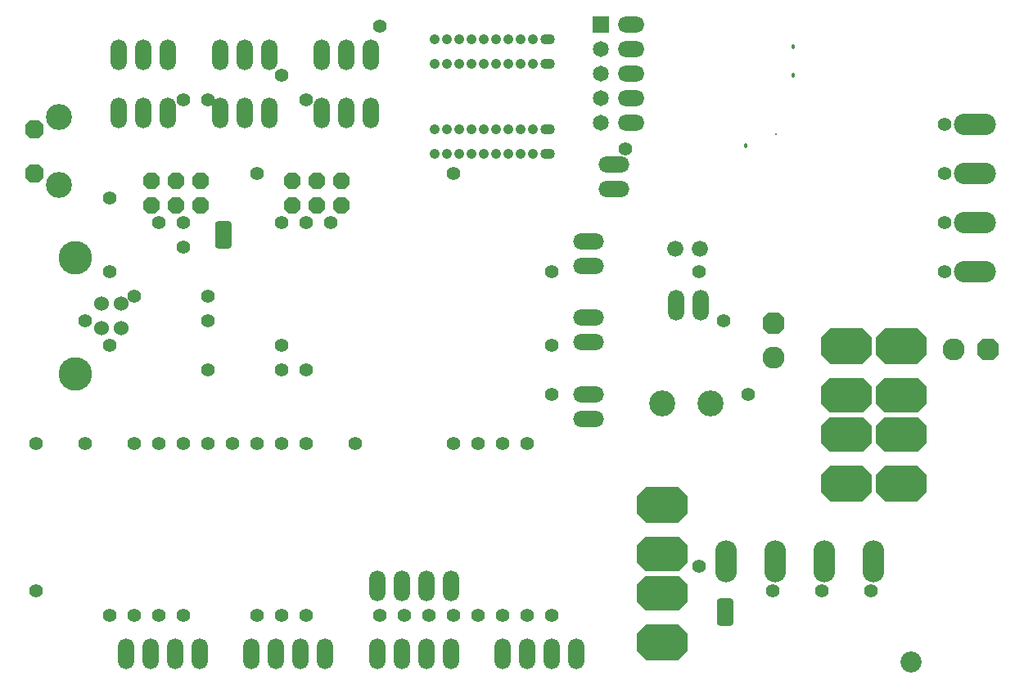
<source format=gbs>
%FSLAX24Y24*%
%MOIN*%
G70*
G01*
G75*
G04 Layer_Color=12517567*
%ADD10C,0.0650*%
%ADD11R,0.0402X0.0118*%
G04:AMPARAMS|DCode=12|XSize=105mil|YSize=105mil|CornerRadius=26.3mil|HoleSize=0mil|Usage=FLASHONLY|Rotation=180.000|XOffset=0mil|YOffset=0mil|HoleType=Round|Shape=RoundedRectangle|*
%AMROUNDEDRECTD12*
21,1,0.1050,0.0525,0,0,180.0*
21,1,0.0525,0.1050,0,0,180.0*
1,1,0.0525,-0.0263,0.0263*
1,1,0.0525,0.0263,0.0263*
1,1,0.0525,0.0263,-0.0263*
1,1,0.0525,-0.0263,-0.0263*
%
%ADD12ROUNDEDRECTD12*%
%ADD13C,0.0600*%
G04:AMPARAMS|DCode=14|XSize=50mil|YSize=50mil|CornerRadius=25mil|HoleSize=0mil|Usage=FLASHONLY|Rotation=90.000|XOffset=0mil|YOffset=0mil|HoleType=Round|Shape=RoundedRectangle|*
%AMROUNDEDRECTD14*
21,1,0.0500,0.0000,0,0,90.0*
21,1,0.0000,0.0500,0,0,90.0*
1,1,0.0500,0.0000,0.0000*
1,1,0.0500,0.0000,0.0000*
1,1,0.0500,0.0000,0.0000*
1,1,0.0500,0.0000,0.0000*
%
%ADD14ROUNDEDRECTD14*%
G04:AMPARAMS|DCode=15|XSize=29.1mil|YSize=39.4mil|CornerRadius=5.8mil|HoleSize=0mil|Usage=FLASHONLY|Rotation=90.000|XOffset=0mil|YOffset=0mil|HoleType=Round|Shape=RoundedRectangle|*
%AMROUNDEDRECTD15*
21,1,0.0291,0.0277,0,0,90.0*
21,1,0.0175,0.0394,0,0,90.0*
1,1,0.0117,0.0139,0.0087*
1,1,0.0117,0.0139,-0.0087*
1,1,0.0117,-0.0139,-0.0087*
1,1,0.0117,-0.0139,0.0087*
%
%ADD15ROUNDEDRECTD15*%
G04:AMPARAMS|DCode=16|XSize=29.1mil|YSize=39.4mil|CornerRadius=5.8mil|HoleSize=0mil|Usage=FLASHONLY|Rotation=180.000|XOffset=0mil|YOffset=0mil|HoleType=Round|Shape=RoundedRectangle|*
%AMROUNDEDRECTD16*
21,1,0.0291,0.0277,0,0,180.0*
21,1,0.0175,0.0394,0,0,180.0*
1,1,0.0117,-0.0087,0.0139*
1,1,0.0117,0.0087,0.0139*
1,1,0.0117,0.0087,-0.0139*
1,1,0.0117,-0.0087,-0.0139*
%
%ADD16ROUNDEDRECTD16*%
%ADD17R,0.1673X0.0465*%
G04:AMPARAMS|DCode=18|XSize=22mil|YSize=24mil|CornerRadius=4.4mil|HoleSize=0mil|Usage=FLASHONLY|Rotation=180.000|XOffset=0mil|YOffset=0mil|HoleType=Round|Shape=RoundedRectangle|*
%AMROUNDEDRECTD18*
21,1,0.0220,0.0152,0,0,180.0*
21,1,0.0132,0.0240,0,0,180.0*
1,1,0.0088,-0.0066,0.0076*
1,1,0.0088,0.0066,0.0076*
1,1,0.0088,0.0066,-0.0076*
1,1,0.0088,-0.0066,-0.0076*
%
%ADD18ROUNDEDRECTD18*%
G04:AMPARAMS|DCode=19|XSize=22mil|YSize=24mil|CornerRadius=4.4mil|HoleSize=0mil|Usage=FLASHONLY|Rotation=90.000|XOffset=0mil|YOffset=0mil|HoleType=Round|Shape=RoundedRectangle|*
%AMROUNDEDRECTD19*
21,1,0.0220,0.0152,0,0,90.0*
21,1,0.0132,0.0240,0,0,90.0*
1,1,0.0088,0.0076,0.0066*
1,1,0.0088,0.0076,-0.0066*
1,1,0.0088,-0.0076,-0.0066*
1,1,0.0088,-0.0076,0.0066*
%
%ADD19ROUNDEDRECTD19*%
G04:AMPARAMS|DCode=20|XSize=52mil|YSize=60mil|CornerRadius=13mil|HoleSize=0mil|Usage=FLASHONLY|Rotation=0.000|XOffset=0mil|YOffset=0mil|HoleType=Round|Shape=RoundedRectangle|*
%AMROUNDEDRECTD20*
21,1,0.0520,0.0340,0,0,0.0*
21,1,0.0260,0.0600,0,0,0.0*
1,1,0.0260,0.0130,-0.0170*
1,1,0.0260,-0.0130,-0.0170*
1,1,0.0260,-0.0130,0.0170*
1,1,0.0260,0.0130,0.0170*
%
%ADD20ROUNDEDRECTD20*%
G04:AMPARAMS|DCode=21|XSize=52mil|YSize=60mil|CornerRadius=13mil|HoleSize=0mil|Usage=FLASHONLY|Rotation=270.000|XOffset=0mil|YOffset=0mil|HoleType=Round|Shape=RoundedRectangle|*
%AMROUNDEDRECTD21*
21,1,0.0520,0.0340,0,0,270.0*
21,1,0.0260,0.0600,0,0,270.0*
1,1,0.0260,-0.0170,-0.0130*
1,1,0.0260,-0.0170,0.0130*
1,1,0.0260,0.0170,0.0130*
1,1,0.0260,0.0170,-0.0130*
%
%ADD21ROUNDEDRECTD21*%
%ADD22R,0.0433X0.0669*%
%ADD23R,0.0200X0.0260*%
%ADD24R,0.0543X0.0709*%
G04:AMPARAMS|DCode=25|XSize=63mil|YSize=71mil|CornerRadius=15.8mil|HoleSize=0mil|Usage=FLASHONLY|Rotation=270.000|XOffset=0mil|YOffset=0mil|HoleType=Round|Shape=RoundedRectangle|*
%AMROUNDEDRECTD25*
21,1,0.0630,0.0395,0,0,270.0*
21,1,0.0315,0.0710,0,0,270.0*
1,1,0.0315,-0.0198,-0.0158*
1,1,0.0315,-0.0198,0.0158*
1,1,0.0315,0.0198,0.0158*
1,1,0.0315,0.0198,-0.0158*
%
%ADD25ROUNDEDRECTD25*%
%ADD26R,0.0500X0.0150*%
%ADD27R,0.0790X0.0790*%
%ADD28R,0.0790X0.0790*%
%ADD29R,0.0280X0.0200*%
%ADD30R,0.0200X0.0280*%
%ADD31R,0.0360X0.0320*%
%ADD32R,0.1260X0.0630*%
%ADD33R,0.0240X0.0240*%
%ADD34R,0.0354X0.1299*%
%ADD35R,0.0420X0.0520*%
%ADD36R,0.0480X0.0480*%
%ADD37R,0.0480X0.0480*%
G04:AMPARAMS|DCode=38|XSize=40mil|YSize=40mil|CornerRadius=20mil|HoleSize=0mil|Usage=FLASHONLY|Rotation=0.000|XOffset=0mil|YOffset=0mil|HoleType=Round|Shape=RoundedRectangle|*
%AMROUNDEDRECTD38*
21,1,0.0400,0.0000,0,0,0.0*
21,1,0.0000,0.0400,0,0,0.0*
1,1,0.0400,0.0000,0.0000*
1,1,0.0400,0.0000,0.0000*
1,1,0.0400,0.0000,0.0000*
1,1,0.0400,0.0000,0.0000*
%
%ADD38ROUNDEDRECTD38*%
%ADD39R,0.0236X0.1319*%
%ADD40R,0.1370X0.1370*%
G04:AMPARAMS|DCode=41|XSize=11mil|YSize=31.5mil|CornerRadius=4.4mil|HoleSize=0mil|Usage=FLASHONLY|Rotation=0.000|XOffset=0mil|YOffset=0mil|HoleType=Round|Shape=RoundedRectangle|*
%AMROUNDEDRECTD41*
21,1,0.0110,0.0227,0,0,0.0*
21,1,0.0022,0.0315,0,0,0.0*
1,1,0.0088,0.0011,-0.0113*
1,1,0.0088,-0.0011,-0.0113*
1,1,0.0088,-0.0011,0.0113*
1,1,0.0088,0.0011,0.0113*
%
%ADD41ROUNDEDRECTD41*%
G04:AMPARAMS|DCode=42|XSize=11mil|YSize=31.5mil|CornerRadius=4.4mil|HoleSize=0mil|Usage=FLASHONLY|Rotation=270.000|XOffset=0mil|YOffset=0mil|HoleType=Round|Shape=RoundedRectangle|*
%AMROUNDEDRECTD42*
21,1,0.0110,0.0227,0,0,270.0*
21,1,0.0022,0.0315,0,0,270.0*
1,1,0.0088,-0.0113,-0.0011*
1,1,0.0088,-0.0113,0.0011*
1,1,0.0088,0.0113,0.0011*
1,1,0.0088,0.0113,-0.0011*
%
%ADD42ROUNDEDRECTD42*%
%ADD43R,0.1370X0.1370*%
%ADD44R,0.0120X0.0600*%
%ADD45R,0.0600X0.0120*%
%ADD46R,0.1970X0.1700*%
%ADD47R,0.0280X0.0560*%
%ADD48C,0.0080*%
%ADD49C,0.0200*%
%ADD50C,0.0240*%
%ADD51C,0.0070*%
%ADD52C,0.0100*%
%ADD53C,0.0500*%
%ADD54C,0.0400*%
%ADD55C,0.0120*%
%ADD56C,0.0160*%
%ADD57C,0.0250*%
%ADD58C,0.0600*%
%ADD59C,0.0320*%
%ADD60R,0.0551X0.0472*%
%ADD61R,0.1929X0.1457*%
%ADD62R,0.1575X0.0984*%
%ADD63R,0.1299X0.1063*%
%ADD64C,0.0800*%
%ADD65P,0.0671X8X22.5*%
G04:AMPARAMS|DCode=66|XSize=140mil|YSize=200mil|CornerRadius=0mil|HoleSize=0mil|Usage=FLASHONLY|Rotation=90.000|XOffset=0mil|YOffset=0mil|HoleType=Round|Shape=Octagon|*
%AMOCTAGOND66*
4,1,8,-0.1000,-0.0350,-0.1000,0.0350,-0.0650,0.0700,0.0650,0.0700,0.1000,0.0350,0.1000,-0.0350,0.0650,-0.0700,-0.0650,-0.0700,-0.1000,-0.0350,0.0*
%
%ADD66OCTAGOND66*%

G04:AMPARAMS|DCode=67|XSize=133.9mil|YSize=200mil|CornerRadius=0mil|HoleSize=0mil|Usage=FLASHONLY|Rotation=90.000|XOffset=0mil|YOffset=0mil|HoleType=Round|Shape=Octagon|*
%AMOCTAGOND67*
4,1,8,-0.1000,-0.0335,-0.1000,0.0335,-0.0665,0.0669,0.0665,0.0669,0.1000,0.0335,0.1000,-0.0335,0.0665,-0.0669,-0.0665,-0.0669,-0.1000,-0.0335,0.0*
%
%ADD67OCTAGOND67*%

%ADD68C,0.0840*%
%ADD69P,0.0909X8X22.5*%
%ADD70P,0.0909X8X112.5*%
%ADD71O,0.0825X0.1650*%
%ADD72O,0.1650X0.0825*%
%ADD73O,0.0600X0.1200*%
%ADD74C,0.1000*%
%ADD75C,0.0540*%
%ADD76C,0.1305*%
%ADD77R,0.0591X0.0591*%
%ADD78O,0.1024X0.0591*%
%ADD79C,0.0591*%
%ADD80O,0.1200X0.0600*%
%ADD81P,0.0758X8X292.5*%
%ADD82C,0.0360*%
%ADD83O,0.0540X0.0360*%
%ADD84C,0.0300*%
%ADD85C,0.0500*%
%ADD86C,0.0320*%
%ADD87C,0.0400*%
%ADD88C,0.1421*%
%ADD89C,0.0390*%
%ADD90C,0.0640*%
G04:AMPARAMS|DCode=91|XSize=98mil|YSize=98mil|CornerRadius=0mil|HoleSize=0mil|Usage=FLASHONLY|Rotation=0.000|XOffset=0mil|YOffset=0mil|HoleType=Round|Shape=Relief|Width=10mil|Gap=10mil|Entries=4|*
%AMTHD91*
7,0,0,0.0980,0.0780,0.0100,45*
%
%ADD91THD91*%
%ADD92C,0.0620*%
%ADD93C,0.1240*%
G04:AMPARAMS|DCode=94|XSize=100mil|YSize=100mil|CornerRadius=0mil|HoleSize=0mil|Usage=FLASHONLY|Rotation=0.000|XOffset=0mil|YOffset=0mil|HoleType=Round|Shape=Relief|Width=10mil|Gap=10mil|Entries=4|*
%AMTHD94*
7,0,0,0.1000,0.0800,0.0100,45*
%
%ADD94THD94*%
G04:AMPARAMS|DCode=95|XSize=115mil|YSize=115mil|CornerRadius=0mil|HoleSize=0mil|Usage=FLASHONLY|Rotation=0.000|XOffset=0mil|YOffset=0mil|HoleType=Round|Shape=Relief|Width=10mil|Gap=10mil|Entries=4|*
%AMTHD95*
7,0,0,0.1150,0.0950,0.0100,45*
%
%ADD95THD95*%
%ADD96C,0.0790*%
%ADD97C,0.1110*%
%ADD98C,0.0594*%
G04:AMPARAMS|DCode=99|XSize=95.433mil|YSize=95.433mil|CornerRadius=0mil|HoleSize=0mil|Usage=FLASHONLY|Rotation=0.000|XOffset=0mil|YOffset=0mil|HoleType=Round|Shape=Relief|Width=10mil|Gap=10mil|Entries=4|*
%AMTHD99*
7,0,0,0.0954,0.0754,0.0100,45*
%
%ADD99THD99*%
%ADD100C,0.0830*%
%ADD101C,0.0460*%
G04:AMPARAMS|DCode=102|XSize=82mil|YSize=82mil|CornerRadius=0mil|HoleSize=0mil|Usage=FLASHONLY|Rotation=0.000|XOffset=0mil|YOffset=0mil|HoleType=Round|Shape=Relief|Width=10mil|Gap=10mil|Entries=4|*
%AMTHD102*
7,0,0,0.0820,0.0620,0.0100,45*
%
%ADD102THD102*%
%ADD103C,0.0520*%
%ADD104C,0.1400*%
%ADD105C,0.1300*%
%ADD106C,0.1040*%
%ADD107C,0.0800*%
%ADD108R,0.3622X0.4331*%
%ADD109R,0.3583X0.4284*%
%ADD110R,0.3425X0.4284*%
%ADD111R,0.4094X0.4331*%
G04:AMPARAMS|DCode=112|XSize=50mil|YSize=50mil|CornerRadius=25mil|HoleSize=0mil|Usage=FLASHONLY|Rotation=180.000|XOffset=0mil|YOffset=0mil|HoleType=Round|Shape=RoundedRectangle|*
%AMROUNDEDRECTD112*
21,1,0.0500,0.0000,0,0,180.0*
21,1,0.0000,0.0500,0,0,180.0*
1,1,0.0500,0.0000,0.0000*
1,1,0.0500,0.0000,0.0000*
1,1,0.0500,0.0000,0.0000*
1,1,0.0500,0.0000,0.0000*
%
%ADD112ROUNDEDRECTD112*%
G04:AMPARAMS|DCode=113|XSize=46mil|YSize=63mil|CornerRadius=11.5mil|HoleSize=0mil|Usage=FLASHONLY|Rotation=90.000|XOffset=0mil|YOffset=0mil|HoleType=Round|Shape=RoundedRectangle|*
%AMROUNDEDRECTD113*
21,1,0.0460,0.0400,0,0,90.0*
21,1,0.0230,0.0630,0,0,90.0*
1,1,0.0230,0.0200,0.0115*
1,1,0.0230,0.0200,-0.0115*
1,1,0.0230,-0.0200,-0.0115*
1,1,0.0230,-0.0200,0.0115*
%
%ADD113ROUNDEDRECTD113*%
%ADD114C,0.0098*%
%ADD115C,0.0050*%
%ADD116C,0.0060*%
%ADD117C,0.0000*%
%ADD118C,0.0079*%
%ADD119C,0.0040*%
%ADD120R,0.0295X0.0879*%
%ADD121R,0.0879X0.0295*%
%ADD122R,0.2450X0.0492*%
%ADD123R,0.0119X0.0120*%
%ADD124R,0.0060X0.0120*%
%ADD125R,0.0059X0.0120*%
%ADD126R,0.0120X0.0119*%
%ADD127R,0.0120X0.0060*%
%ADD128R,0.0120X0.0059*%
%ADD129R,0.0382X0.0098*%
G04:AMPARAMS|DCode=130|XSize=103mil|YSize=103mil|CornerRadius=25.3mil|HoleSize=0mil|Usage=FLASHONLY|Rotation=180.000|XOffset=0mil|YOffset=0mil|HoleType=Round|Shape=RoundedRectangle|*
%AMROUNDEDRECTD130*
21,1,0.1030,0.0525,0,0,180.0*
21,1,0.0525,0.1030,0,0,180.0*
1,1,0.0505,-0.0263,0.0263*
1,1,0.0505,0.0263,0.0263*
1,1,0.0505,0.0263,-0.0263*
1,1,0.0505,-0.0263,-0.0263*
%
%ADD130ROUNDEDRECTD130*%
G04:AMPARAMS|DCode=131|XSize=48mil|YSize=48mil|CornerRadius=24mil|HoleSize=0mil|Usage=FLASHONLY|Rotation=90.000|XOffset=0mil|YOffset=0mil|HoleType=Round|Shape=RoundedRectangle|*
%AMROUNDEDRECTD131*
21,1,0.0480,0.0000,0,0,90.0*
21,1,0.0000,0.0480,0,0,90.0*
1,1,0.0480,0.0000,0.0000*
1,1,0.0480,0.0000,0.0000*
1,1,0.0480,0.0000,0.0000*
1,1,0.0480,0.0000,0.0000*
%
%ADD131ROUNDEDRECTD131*%
G04:AMPARAMS|DCode=132|XSize=27.1mil|YSize=37.4mil|CornerRadius=4.8mil|HoleSize=0mil|Usage=FLASHONLY|Rotation=90.000|XOffset=0mil|YOffset=0mil|HoleType=Round|Shape=RoundedRectangle|*
%AMROUNDEDRECTD132*
21,1,0.0271,0.0277,0,0,90.0*
21,1,0.0175,0.0374,0,0,90.0*
1,1,0.0097,0.0139,0.0087*
1,1,0.0097,0.0139,-0.0087*
1,1,0.0097,-0.0139,-0.0087*
1,1,0.0097,-0.0139,0.0087*
%
%ADD132ROUNDEDRECTD132*%
G04:AMPARAMS|DCode=133|XSize=27.1mil|YSize=37.4mil|CornerRadius=4.8mil|HoleSize=0mil|Usage=FLASHONLY|Rotation=180.000|XOffset=0mil|YOffset=0mil|HoleType=Round|Shape=RoundedRectangle|*
%AMROUNDEDRECTD133*
21,1,0.0271,0.0277,0,0,180.0*
21,1,0.0175,0.0374,0,0,180.0*
1,1,0.0097,-0.0087,0.0139*
1,1,0.0097,0.0087,0.0139*
1,1,0.0097,0.0087,-0.0139*
1,1,0.0097,-0.0087,-0.0139*
%
%ADD133ROUNDEDRECTD133*%
%ADD134R,0.1653X0.0445*%
G04:AMPARAMS|DCode=135|XSize=20mil|YSize=22mil|CornerRadius=3.4mil|HoleSize=0mil|Usage=FLASHONLY|Rotation=180.000|XOffset=0mil|YOffset=0mil|HoleType=Round|Shape=RoundedRectangle|*
%AMROUNDEDRECTD135*
21,1,0.0200,0.0152,0,0,180.0*
21,1,0.0132,0.0220,0,0,180.0*
1,1,0.0068,-0.0066,0.0076*
1,1,0.0068,0.0066,0.0076*
1,1,0.0068,0.0066,-0.0076*
1,1,0.0068,-0.0066,-0.0076*
%
%ADD135ROUNDEDRECTD135*%
G04:AMPARAMS|DCode=136|XSize=20mil|YSize=22mil|CornerRadius=3.4mil|HoleSize=0mil|Usage=FLASHONLY|Rotation=90.000|XOffset=0mil|YOffset=0mil|HoleType=Round|Shape=RoundedRectangle|*
%AMROUNDEDRECTD136*
21,1,0.0200,0.0152,0,0,90.0*
21,1,0.0132,0.0220,0,0,90.0*
1,1,0.0068,0.0076,0.0066*
1,1,0.0068,0.0076,-0.0066*
1,1,0.0068,-0.0076,-0.0066*
1,1,0.0068,-0.0076,0.0066*
%
%ADD136ROUNDEDRECTD136*%
G04:AMPARAMS|DCode=137|XSize=50mil|YSize=58mil|CornerRadius=12mil|HoleSize=0mil|Usage=FLASHONLY|Rotation=0.000|XOffset=0mil|YOffset=0mil|HoleType=Round|Shape=RoundedRectangle|*
%AMROUNDEDRECTD137*
21,1,0.0500,0.0340,0,0,0.0*
21,1,0.0260,0.0580,0,0,0.0*
1,1,0.0240,0.0130,-0.0170*
1,1,0.0240,-0.0130,-0.0170*
1,1,0.0240,-0.0130,0.0170*
1,1,0.0240,0.0130,0.0170*
%
%ADD137ROUNDEDRECTD137*%
G04:AMPARAMS|DCode=138|XSize=50mil|YSize=58mil|CornerRadius=12mil|HoleSize=0mil|Usage=FLASHONLY|Rotation=270.000|XOffset=0mil|YOffset=0mil|HoleType=Round|Shape=RoundedRectangle|*
%AMROUNDEDRECTD138*
21,1,0.0500,0.0340,0,0,270.0*
21,1,0.0260,0.0580,0,0,270.0*
1,1,0.0240,-0.0170,-0.0130*
1,1,0.0240,-0.0170,0.0130*
1,1,0.0240,0.0170,0.0130*
1,1,0.0240,0.0170,-0.0130*
%
%ADD138ROUNDEDRECTD138*%
%ADD139R,0.0413X0.0649*%
%ADD140R,0.0180X0.0240*%
%ADD141R,0.0523X0.0689*%
G04:AMPARAMS|DCode=142|XSize=61mil|YSize=69mil|CornerRadius=14.8mil|HoleSize=0mil|Usage=FLASHONLY|Rotation=270.000|XOffset=0mil|YOffset=0mil|HoleType=Round|Shape=RoundedRectangle|*
%AMROUNDEDRECTD142*
21,1,0.0610,0.0395,0,0,270.0*
21,1,0.0315,0.0690,0,0,270.0*
1,1,0.0295,-0.0198,-0.0158*
1,1,0.0295,-0.0198,0.0158*
1,1,0.0295,0.0198,0.0158*
1,1,0.0295,0.0198,-0.0158*
%
%ADD142ROUNDEDRECTD142*%
%ADD143R,0.0480X0.0130*%
%ADD144R,0.0770X0.0770*%
%ADD145R,0.0770X0.0770*%
%ADD146R,0.0260X0.0180*%
%ADD147R,0.0180X0.0260*%
%ADD148R,0.0340X0.0300*%
%ADD149R,0.1240X0.0610*%
%ADD150R,0.0220X0.0220*%
%ADD151R,0.0334X0.1279*%
%ADD152R,0.0400X0.0500*%
%ADD153R,0.0460X0.0460*%
%ADD154R,0.0460X0.0460*%
%ADD155R,0.0216X0.1299*%
G04:AMPARAMS|DCode=156|XSize=9mil|YSize=29.5mil|CornerRadius=3.4mil|HoleSize=0mil|Usage=FLASHONLY|Rotation=0.000|XOffset=0mil|YOffset=0mil|HoleType=Round|Shape=RoundedRectangle|*
%AMROUNDEDRECTD156*
21,1,0.0090,0.0227,0,0,0.0*
21,1,0.0022,0.0295,0,0,0.0*
1,1,0.0068,0.0011,-0.0113*
1,1,0.0068,-0.0011,-0.0113*
1,1,0.0068,-0.0011,0.0113*
1,1,0.0068,0.0011,0.0113*
%
%ADD156ROUNDEDRECTD156*%
G04:AMPARAMS|DCode=157|XSize=9mil|YSize=29.5mil|CornerRadius=3.4mil|HoleSize=0mil|Usage=FLASHONLY|Rotation=270.000|XOffset=0mil|YOffset=0mil|HoleType=Round|Shape=RoundedRectangle|*
%AMROUNDEDRECTD157*
21,1,0.0090,0.0227,0,0,270.0*
21,1,0.0022,0.0295,0,0,270.0*
1,1,0.0068,-0.0113,-0.0011*
1,1,0.0068,-0.0113,0.0011*
1,1,0.0068,0.0113,0.0011*
1,1,0.0068,0.0113,-0.0011*
%
%ADD157ROUNDEDRECTD157*%
%ADD158R,0.0100X0.0580*%
%ADD159R,0.0580X0.0100*%
%ADD160R,0.1950X0.1680*%
%ADD161R,0.0260X0.0540*%
%ADD162C,0.0394*%
%ADD163C,0.0150*%
%ADD164R,0.0530X0.0170*%
%ADD165R,0.0460X0.0130*%
%ADD166R,0.0482X0.0198*%
G04:AMPARAMS|DCode=167|XSize=56mil|YSize=56mil|CornerRadius=28mil|HoleSize=0mil|Usage=FLASHONLY|Rotation=90.000|XOffset=0mil|YOffset=0mil|HoleType=Round|Shape=RoundedRectangle|*
%AMROUNDEDRECTD167*
21,1,0.0560,0.0000,0,0,90.0*
21,1,0.0000,0.0560,0,0,90.0*
1,1,0.0560,0.0000,0.0000*
1,1,0.0560,0.0000,0.0000*
1,1,0.0560,0.0000,0.0000*
1,1,0.0560,0.0000,0.0000*
%
%ADD167ROUNDEDRECTD167*%
G04:AMPARAMS|DCode=168|XSize=35.1mil|YSize=45.4mil|CornerRadius=8.8mil|HoleSize=0mil|Usage=FLASHONLY|Rotation=90.000|XOffset=0mil|YOffset=0mil|HoleType=Round|Shape=RoundedRectangle|*
%AMROUNDEDRECTD168*
21,1,0.0351,0.0277,0,0,90.0*
21,1,0.0175,0.0454,0,0,90.0*
1,1,0.0177,0.0139,0.0087*
1,1,0.0177,0.0139,-0.0087*
1,1,0.0177,-0.0139,-0.0087*
1,1,0.0177,-0.0139,0.0087*
%
%ADD168ROUNDEDRECTD168*%
G04:AMPARAMS|DCode=169|XSize=35.1mil|YSize=45.4mil|CornerRadius=8.8mil|HoleSize=0mil|Usage=FLASHONLY|Rotation=180.000|XOffset=0mil|YOffset=0mil|HoleType=Round|Shape=RoundedRectangle|*
%AMROUNDEDRECTD169*
21,1,0.0351,0.0277,0,0,180.0*
21,1,0.0175,0.0454,0,0,180.0*
1,1,0.0177,-0.0087,0.0139*
1,1,0.0177,0.0087,0.0139*
1,1,0.0177,0.0087,-0.0139*
1,1,0.0177,-0.0087,-0.0139*
%
%ADD169ROUNDEDRECTD169*%
%ADD170R,0.1733X0.0525*%
G04:AMPARAMS|DCode=171|XSize=28mil|YSize=30mil|CornerRadius=7.4mil|HoleSize=0mil|Usage=FLASHONLY|Rotation=180.000|XOffset=0mil|YOffset=0mil|HoleType=Round|Shape=RoundedRectangle|*
%AMROUNDEDRECTD171*
21,1,0.0280,0.0152,0,0,180.0*
21,1,0.0132,0.0300,0,0,180.0*
1,1,0.0148,-0.0066,0.0076*
1,1,0.0148,0.0066,0.0076*
1,1,0.0148,0.0066,-0.0076*
1,1,0.0148,-0.0066,-0.0076*
%
%ADD171ROUNDEDRECTD171*%
G04:AMPARAMS|DCode=172|XSize=28mil|YSize=30mil|CornerRadius=7.4mil|HoleSize=0mil|Usage=FLASHONLY|Rotation=90.000|XOffset=0mil|YOffset=0mil|HoleType=Round|Shape=RoundedRectangle|*
%AMROUNDEDRECTD172*
21,1,0.0280,0.0152,0,0,90.0*
21,1,0.0132,0.0300,0,0,90.0*
1,1,0.0148,0.0076,0.0066*
1,1,0.0148,0.0076,-0.0066*
1,1,0.0148,-0.0076,-0.0066*
1,1,0.0148,-0.0076,0.0066*
%
%ADD172ROUNDEDRECTD172*%
G04:AMPARAMS|DCode=173|XSize=58mil|YSize=66mil|CornerRadius=16mil|HoleSize=0mil|Usage=FLASHONLY|Rotation=0.000|XOffset=0mil|YOffset=0mil|HoleType=Round|Shape=RoundedRectangle|*
%AMROUNDEDRECTD173*
21,1,0.0580,0.0340,0,0,0.0*
21,1,0.0260,0.0660,0,0,0.0*
1,1,0.0320,0.0130,-0.0170*
1,1,0.0320,-0.0130,-0.0170*
1,1,0.0320,-0.0130,0.0170*
1,1,0.0320,0.0130,0.0170*
%
%ADD173ROUNDEDRECTD173*%
G04:AMPARAMS|DCode=174|XSize=58mil|YSize=66mil|CornerRadius=16mil|HoleSize=0mil|Usage=FLASHONLY|Rotation=270.000|XOffset=0mil|YOffset=0mil|HoleType=Round|Shape=RoundedRectangle|*
%AMROUNDEDRECTD174*
21,1,0.0580,0.0340,0,0,270.0*
21,1,0.0260,0.0660,0,0,270.0*
1,1,0.0320,-0.0170,-0.0130*
1,1,0.0320,-0.0170,0.0130*
1,1,0.0320,0.0170,0.0130*
1,1,0.0320,0.0170,-0.0130*
%
%ADD174ROUNDEDRECTD174*%
%ADD175R,0.0493X0.0729*%
%ADD176R,0.0260X0.0320*%
%ADD177R,0.0603X0.0769*%
G04:AMPARAMS|DCode=178|XSize=69mil|YSize=77mil|CornerRadius=18.8mil|HoleSize=0mil|Usage=FLASHONLY|Rotation=270.000|XOffset=0mil|YOffset=0mil|HoleType=Round|Shape=RoundedRectangle|*
%AMROUNDEDRECTD178*
21,1,0.0690,0.0395,0,0,270.0*
21,1,0.0315,0.0770,0,0,270.0*
1,1,0.0375,-0.0198,-0.0158*
1,1,0.0375,-0.0198,0.0158*
1,1,0.0375,0.0198,0.0158*
1,1,0.0375,0.0198,-0.0158*
%
%ADD178ROUNDEDRECTD178*%
%ADD179R,0.0560X0.0210*%
%ADD180R,0.0850X0.0850*%
%ADD181R,0.0850X0.0850*%
%ADD182R,0.0340X0.0260*%
%ADD183R,0.0260X0.0340*%
%ADD184R,0.0420X0.0380*%
%ADD185R,0.1320X0.0690*%
%ADD186R,0.0300X0.0300*%
%ADD187R,0.0414X0.1359*%
%ADD188R,0.0480X0.0580*%
%ADD189R,0.0540X0.0540*%
%ADD190R,0.0540X0.0540*%
G04:AMPARAMS|DCode=191|XSize=80mil|YSize=80mil|CornerRadius=40mil|HoleSize=0mil|Usage=FLASHONLY|Rotation=0.000|XOffset=0mil|YOffset=0mil|HoleType=Round|Shape=RoundedRectangle|*
%AMROUNDEDRECTD191*
21,1,0.0800,0.0000,0,0,0.0*
21,1,0.0000,0.0800,0,0,0.0*
1,1,0.0800,0.0000,0.0000*
1,1,0.0800,0.0000,0.0000*
1,1,0.0800,0.0000,0.0000*
1,1,0.0800,0.0000,0.0000*
%
%ADD191ROUNDEDRECTD191*%
%ADD192R,0.0296X0.1379*%
G04:AMPARAMS|DCode=193|XSize=15mil|YSize=35.4mil|CornerRadius=6.4mil|HoleSize=0mil|Usage=FLASHONLY|Rotation=0.000|XOffset=0mil|YOffset=0mil|HoleType=Round|Shape=RoundedRectangle|*
%AMROUNDEDRECTD193*
21,1,0.0150,0.0227,0,0,0.0*
21,1,0.0022,0.0354,0,0,0.0*
1,1,0.0128,0.0011,-0.0113*
1,1,0.0128,-0.0011,-0.0113*
1,1,0.0128,-0.0011,0.0113*
1,1,0.0128,0.0011,0.0113*
%
%ADD193ROUNDEDRECTD193*%
G04:AMPARAMS|DCode=194|XSize=15mil|YSize=35.4mil|CornerRadius=6.4mil|HoleSize=0mil|Usage=FLASHONLY|Rotation=270.000|XOffset=0mil|YOffset=0mil|HoleType=Round|Shape=RoundedRectangle|*
%AMROUNDEDRECTD194*
21,1,0.0150,0.0227,0,0,270.0*
21,1,0.0022,0.0354,0,0,270.0*
1,1,0.0128,-0.0113,-0.0011*
1,1,0.0128,-0.0113,0.0011*
1,1,0.0128,0.0113,0.0011*
1,1,0.0128,0.0113,-0.0011*
%
%ADD194ROUNDEDRECTD194*%
%ADD195R,0.0200X0.0680*%
%ADD196R,0.0680X0.0200*%
%ADD197R,0.0340X0.0620*%
%ADD198C,0.0860*%
%ADD199C,0.0660*%
%ADD200P,0.0736X8X22.5*%
G04:AMPARAMS|DCode=201|XSize=146mil|YSize=206mil|CornerRadius=0mil|HoleSize=0mil|Usage=FLASHONLY|Rotation=90.000|XOffset=0mil|YOffset=0mil|HoleType=Round|Shape=Octagon|*
%AMOCTAGOND201*
4,1,8,-0.1030,-0.0365,-0.1030,0.0365,-0.0665,0.0730,0.0665,0.0730,0.1030,0.0365,0.1030,-0.0365,0.0665,-0.0730,-0.0665,-0.0730,-0.1030,-0.0365,0.0*
%
%ADD201OCTAGOND201*%

G04:AMPARAMS|DCode=202|XSize=139.9mil|YSize=206mil|CornerRadius=0mil|HoleSize=0mil|Usage=FLASHONLY|Rotation=90.000|XOffset=0mil|YOffset=0mil|HoleType=Round|Shape=Octagon|*
%AMOCTAGOND202*
4,1,8,-0.1030,-0.0350,-0.1030,0.0350,-0.0680,0.0699,0.0680,0.0699,0.1030,0.0350,0.1030,-0.0350,0.0680,-0.0699,-0.0680,-0.0699,-0.1030,-0.0350,0.0*
%
%ADD202OCTAGOND202*%

%ADD203C,0.0900*%
%ADD204P,0.0974X8X22.5*%
%ADD205P,0.0974X8X112.5*%
%ADD206O,0.0885X0.1710*%
%ADD207O,0.1710X0.0885*%
%ADD208O,0.0660X0.1260*%
%ADD209C,0.1060*%
%ADD210C,0.1365*%
%ADD211R,0.0651X0.0651*%
%ADD212O,0.1084X0.0651*%
%ADD213C,0.0651*%
%ADD214O,0.1260X0.0660*%
%ADD215P,0.0823X8X292.5*%
%ADD216C,0.0420*%
%ADD217O,0.0600X0.0420*%
%ADD218C,0.0080*%
%ADD219C,0.0180*%
%ADD220R,0.0704X0.0354*%
G04:AMPARAMS|DCode=221|XSize=56mil|YSize=56mil|CornerRadius=28mil|HoleSize=0mil|Usage=FLASHONLY|Rotation=180.000|XOffset=0mil|YOffset=0mil|HoleType=Round|Shape=RoundedRectangle|*
%AMROUNDEDRECTD221*
21,1,0.0560,0.0000,0,0,180.0*
21,1,0.0000,0.0560,0,0,180.0*
1,1,0.0560,0.0000,0.0000*
1,1,0.0560,0.0000,0.0000*
1,1,0.0560,0.0000,0.0000*
1,1,0.0560,0.0000,0.0000*
%
%ADD221ROUNDEDRECTD221*%
G04:AMPARAMS|DCode=222|XSize=52mil|YSize=69mil|CornerRadius=14.5mil|HoleSize=0mil|Usage=FLASHONLY|Rotation=90.000|XOffset=0mil|YOffset=0mil|HoleType=Round|Shape=RoundedRectangle|*
%AMROUNDEDRECTD222*
21,1,0.0520,0.0400,0,0,90.0*
21,1,0.0230,0.0690,0,0,90.0*
1,1,0.0290,0.0200,0.0115*
1,1,0.0290,0.0200,-0.0115*
1,1,0.0290,-0.0200,-0.0115*
1,1,0.0290,-0.0200,0.0115*
%
%ADD222ROUNDEDRECTD222*%
D13*
X14458Y24697D02*
D03*
Y25689D02*
D03*
X13668D02*
D03*
Y24697D02*
D03*
D167*
X35000Y32000D02*
D03*
X32000Y22000D02*
D03*
D198*
X46634Y11083D02*
D03*
D199*
X38008Y27913D02*
D03*
X37008D02*
D03*
D200*
X17695Y30676D02*
D03*
Y29676D02*
D03*
X16695Y30676D02*
D03*
Y29676D02*
D03*
X15695Y30676D02*
D03*
Y29676D02*
D03*
X23421Y30676D02*
D03*
Y29676D02*
D03*
X22421Y30676D02*
D03*
Y29676D02*
D03*
X21421Y30676D02*
D03*
Y29676D02*
D03*
D201*
X46220Y23942D02*
D03*
Y18342D02*
D03*
X43976Y23942D02*
D03*
Y18342D02*
D03*
X36496Y11885D02*
D03*
Y17485D02*
D03*
D202*
X46220Y21942D02*
D03*
Y20342D02*
D03*
X43976Y21942D02*
D03*
Y20342D02*
D03*
X36496Y13885D02*
D03*
Y15485D02*
D03*
D203*
X48355Y23819D02*
D03*
X41024Y23473D02*
D03*
D204*
X49755Y23819D02*
D03*
D205*
X41024Y24873D02*
D03*
D206*
X39087Y15197D02*
D03*
X41087D02*
D03*
X43087D02*
D03*
X45087D02*
D03*
D207*
X49210Y33000D02*
D03*
Y31000D02*
D03*
Y29000D02*
D03*
Y27000D02*
D03*
D208*
X32996Y11417D02*
D03*
X31996D02*
D03*
X30996D02*
D03*
X29996D02*
D03*
X22760D02*
D03*
X21760D02*
D03*
X20760D02*
D03*
X19760D02*
D03*
X17642D02*
D03*
X16642D02*
D03*
X15642D02*
D03*
X14642D02*
D03*
X38059Y25630D02*
D03*
X37059D02*
D03*
X14354Y33465D02*
D03*
X15354D02*
D03*
X16354D02*
D03*
X22622D02*
D03*
X23622D02*
D03*
X24622D02*
D03*
X18488D02*
D03*
X19488D02*
D03*
X20488D02*
D03*
X16354Y35827D02*
D03*
X15354D02*
D03*
X14354D02*
D03*
X20488D02*
D03*
X19488D02*
D03*
X18488D02*
D03*
X24622D02*
D03*
X23622D02*
D03*
X22622D02*
D03*
X27878Y14173D02*
D03*
X26878D02*
D03*
X25878D02*
D03*
X24878D02*
D03*
X27878Y11417D02*
D03*
X26878D02*
D03*
X25878D02*
D03*
X24878D02*
D03*
D209*
X36496Y21614D02*
D03*
X38465D02*
D03*
X11907Y30510D02*
D03*
Y33270D02*
D03*
D210*
X12598Y27559D02*
D03*
Y22827D02*
D03*
D211*
X34000Y37050D02*
D03*
D212*
X35217D02*
D03*
Y36050D02*
D03*
Y35050D02*
D03*
Y34050D02*
D03*
Y33050D02*
D03*
D213*
X34000Y36050D02*
D03*
Y35050D02*
D03*
Y34050D02*
D03*
Y33050D02*
D03*
D214*
X33504Y21996D02*
D03*
Y20996D02*
D03*
X34528Y30366D02*
D03*
Y31366D02*
D03*
X33504Y25106D02*
D03*
Y24106D02*
D03*
Y28217D02*
D03*
Y27217D02*
D03*
D215*
X10927Y31000D02*
D03*
Y32780D02*
D03*
D216*
X27238Y35445D02*
D03*
Y36445D02*
D03*
X27738Y35445D02*
D03*
Y36445D02*
D03*
X28238Y35445D02*
D03*
Y36445D02*
D03*
X28738Y35445D02*
D03*
Y36445D02*
D03*
X29238Y35445D02*
D03*
Y36445D02*
D03*
X29738Y35445D02*
D03*
Y36445D02*
D03*
X30238Y35445D02*
D03*
Y36445D02*
D03*
X30738Y35445D02*
D03*
Y36445D02*
D03*
X31238Y35445D02*
D03*
Y36445D02*
D03*
X27238Y31783D02*
D03*
Y32783D02*
D03*
X27738Y31783D02*
D03*
Y32783D02*
D03*
X28238Y31783D02*
D03*
Y32783D02*
D03*
X28738Y31783D02*
D03*
Y32783D02*
D03*
X29238Y31783D02*
D03*
Y32783D02*
D03*
X29738Y31783D02*
D03*
Y32783D02*
D03*
X30238Y31783D02*
D03*
Y32783D02*
D03*
X30738Y31783D02*
D03*
Y32783D02*
D03*
X31238Y31783D02*
D03*
Y32783D02*
D03*
D217*
X31828Y35445D02*
D03*
Y36445D02*
D03*
Y31783D02*
D03*
Y32783D02*
D03*
D218*
X41130Y32600D02*
D03*
D219*
X39890Y32123D02*
D03*
X41826Y34996D02*
D03*
X41830Y36140D02*
D03*
D220*
X39063Y13120D02*
D03*
X18624Y28504D02*
D03*
D221*
X21000Y23000D02*
D03*
X22000D02*
D03*
X21000Y24000D02*
D03*
X14000Y27000D02*
D03*
X15000Y26000D02*
D03*
X18000D02*
D03*
Y25000D02*
D03*
Y23000D02*
D03*
X39000Y25000D02*
D03*
X38000Y27000D02*
D03*
X48000Y29000D02*
D03*
Y33000D02*
D03*
Y27000D02*
D03*
Y31000D02*
D03*
X13000Y20000D02*
D03*
X11000D02*
D03*
X15000D02*
D03*
X17000D02*
D03*
X18000D02*
D03*
X16000D02*
D03*
X19000D02*
D03*
X21000D02*
D03*
X22000D02*
D03*
X20000D02*
D03*
X24000D02*
D03*
X29000D02*
D03*
X30000D02*
D03*
X28000D02*
D03*
X31000D02*
D03*
X32000Y24000D02*
D03*
Y27000D02*
D03*
X40000Y22000D02*
D03*
X21000Y29000D02*
D03*
X22000D02*
D03*
X28000Y31000D02*
D03*
X23000Y29000D02*
D03*
X17000Y34000D02*
D03*
X18000D02*
D03*
X21000Y35000D02*
D03*
X22000Y34000D02*
D03*
X17000Y28000D02*
D03*
X16000Y29000D02*
D03*
X14000Y30000D02*
D03*
X17000Y29000D02*
D03*
X14000Y24000D02*
D03*
X13000Y25000D02*
D03*
X25000Y37000D02*
D03*
X20000Y31000D02*
D03*
X15000Y13000D02*
D03*
X21000D02*
D03*
X22000D02*
D03*
X16000D02*
D03*
X14000D02*
D03*
X20000D02*
D03*
X11000Y14000D02*
D03*
X17000Y13000D02*
D03*
X27000D02*
D03*
X31000D02*
D03*
X28000D02*
D03*
X32000D02*
D03*
X30000D02*
D03*
X26000D02*
D03*
X29000D02*
D03*
X25000D02*
D03*
X41000Y14000D02*
D03*
X43000D02*
D03*
X45000D02*
D03*
X38000Y15000D02*
D03*
D222*
X39055Y13430D02*
D03*
Y12830D02*
D03*
X18632Y28194D02*
D03*
Y28794D02*
D03*
M02*

</source>
